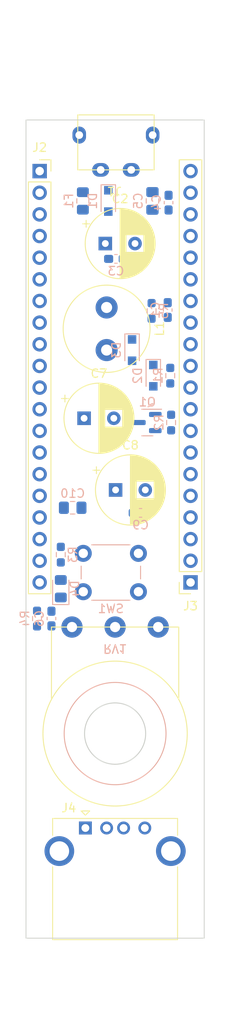
<source format=kicad_pcb>
(kicad_pcb (version 20210722) (generator pcbnew)
  (layers (0 "F.Cu" signal) (31 "B.Cu" signal) (34 "B.Paste" user) (35 "F.Paste" user) (36 "B.SilkS" user "B.Silkscreen") (37 "F.SilkS" user "F.Silkscreen") (38 "B.Mask" user) (39 "F.Mask" user) (44 "Edge.Cuts" user))
  (net 0 "")
  (net 1 "/POT_ADJ")
  (net 2 "GND")
  (net 3 "+5V")
  (net 4 "/VSYS")
  (net 5 "/SW")
  (net 6 "/OUT+")
  (net 7 "/OUT-")
  (net 8 "+3V3")
  (net 9 "/PWM_MOS")
  (net 10 "Net-(D2-Pad2)")
  (net 11 "Net-(D4-Pad2)")
  (net 12 "Net-(F1-Pad1)")
  (net 30 "/Ext_LED")
  (net 44 "Net-(SW1-Pad1)")
  (net 45 "Net-(RV1-Pad2)")
  (footprint "pcblib_new599 Library:USB_TYPE_C_2P_THT_90" (layer "F.Cu") (at 112.4 59.855 180)
    (fp_text reference "J1" (at 2 -2.5 180 unlocked) (layer "F.SilkS"))
    (fp_text value "USB_C_2P")
    (pad "G" thru_hole oval (at 3.6 0 180) (size 2 1.6) (drill 0.9) (layers *.Cu *.Mask) (net 2 "GND"))
    (pad "S1" thru_hole oval (at -2.525 4.08 180) (size 1.6 2) (drill 0.9) (layers *.Cu *.Mask))
    (pad "S2" thru_hole oval (at 6.125 4.08 180) (size 1.6 2) (drill 0.9) (layers *.Cu *.Mask))
    (pad "V" thru_hole oval (at 0 0 180) (size 2 1.6) (drill 0.9) (layers *.Cu *.Mask) (net 12 "Net-(F1-Pad1)"))
  )
  (footprint "Capacitor_THT:CP_Radial_D8.0mm_P3.50mm" (layer "F.Cu") (at 110.557349 97.41)
    (fp_text reference "C8" (at 1.75 -5.25) (layer "F.SilkS"))
    (fp_text value "470uF16V")
    (pad "1" thru_hole rect locked (at 0 0) (size 1.6 1.6) (drill 0.8) (layers *.Cu *.Mask) (net 6 "/OUT+"))
    (pad "2" thru_hole circle locked (at 3.5 0) (size 1.6 1.6) (drill 0.8) (layers *.Cu *.Mask) (net 7 "/OUT-"))
  )
  (footprint "Capacitor_THT:CP_Radial_D8.0mm_P3.50mm" (layer "F.Cu") (at 106.847349 89)
    (fp_text reference "C7" (at 1.75 -5.25) (layer "F.SilkS"))
    (fp_text value "470uF16V")
    (pad "1" thru_hole rect locked (at 0 0) (size 1.6 1.6) (drill 0.8) (layers *.Cu *.Mask) (net 6 "/OUT+"))
    (pad "2" thru_hole circle locked (at 3.5 0) (size 1.6 1.6) (drill 0.8) (layers *.Cu *.Mask) (net 7 "/OUT-"))
  )
  (footprint "Connector_PinSocket_2.54mm:PinSocket_1x20_P2.54mm_Vertical" (layer "F.Cu") (at 101.61 60)
    (fp_text reference "J2" (at 0 -2.77) (layer "F.SilkS"))
    (fp_text value "Conn_01x20")
    (pad "1" thru_hole rect locked (at 0 0) (size 1.7 1.7) (drill 1) (layers *.Cu *.Mask))
    (pad "2" thru_hole oval locked (at 0 2.54) (size 1.7 1.7) (drill 1) (layers *.Cu *.Mask))
    (pad "3" thru_hole oval locked (at 0 5.08) (size 1.7 1.7) (drill 1) (layers *.Cu *.Mask) (net 2 "GND"))
    (pad "4" thru_hole oval locked (at 0 7.62) (size 1.7 1.7) (drill 1) (layers *.Cu *.Mask))
    (pad "5" thru_hole oval locked (at 0 10.16) (size 1.7 1.7) (drill 1) (layers *.Cu *.Mask))
    (pad "6" thru_hole oval locked (at 0 12.7) (size 1.7 1.7) (drill 1) (layers *.Cu *.Mask))
    (pad "7" thru_hole oval locked (at 0 15.24) (size 1.7 1.7) (drill 1) (layers *.Cu *.Mask))
    (pad "8" thru_hole oval locked (at 0 17.78) (size 1.7 1.7) (drill 1) (layers *.Cu *.Mask) (net 2 "GND"))
    (pad "9" thru_hole oval locked (at 0 20.32) (size 1.7 1.7) (drill 1) (layers *.Cu *.Mask))
    (pad "10" thru_hole oval locked (at 0 22.86) (size 1.7 1.7) (drill 1) (layers *.Cu *.Mask))
    (pad "11" thru_hole oval locked (at 0 25.4) (size 1.7 1.7) (drill 1) (layers *.Cu *.Mask))
    (pad "12" thru_hole oval locked (at 0 27.94) (size 1.7 1.7) (drill 1) (layers *.Cu *.Mask))
    (pad "13" thru_hole oval locked (at 0 30.48) (size 1.7 1.7) (drill 1) (layers *.Cu *.Mask) (net 2 "GND"))
    (pad "14" thru_hole oval locked (at 0 33.02) (size 1.7 1.7) (drill 1) (layers *.Cu *.Mask))
    (pad "15" thru_hole oval locked (at 0 35.56) (size 1.7 1.7) (drill 1) (layers *.Cu *.Mask))
    (pad "16" thru_hole oval locked (at 0 38.1) (size 1.7 1.7) (drill 1) (layers *.Cu *.Mask))
    (pad "17" thru_hole oval locked (at 0 40.64) (size 1.7 1.7) (drill 1) (layers *.Cu *.Mask))
    (pad "18" thru_hole oval locked (at 0 43.18) (size 1.7 1.7) (drill 1) (layers *.Cu *.Mask) (net 2 "GND"))
    (pad "19" thru_hole oval locked (at 0 45.72) (size 1.7 1.7) (drill 1) (layers *.Cu *.Mask))
    (pad "20" thru_hole oval locked (at 0 48.26) (size 1.7 1.7) (drill 1) (layers *.Cu *.Mask) (net 5 "/SW"))
  )
  (footprint "Inductor_THT:L_Radial_D10.0mm_P5.00mm_Fastron_07M" (layer "F.Cu") (at 109.5 76 -90)
    (fp_text reference "L1" (at 2.5 -6.25 90) (layer "F.SilkS"))
    (fp_text value "L")
    (pad "1" thru_hole circle locked (at 0 0 270) (size 2.6 2.6) (drill 1.3) (layers *.Cu *.Mask) (net 3 "+5V"))
    (pad "2" thru_hole circle locked (at 5 0 270) (size 2.6 2.6) (drill 1.3) (layers *.Cu *.Mask) (net 6 "/OUT+"))
  )
  (footprint "Connector_USB:USB_A_CONNFLY_DS1095-WNR0" (layer "F.Cu") (at 107 137.0725)
    (fp_text reference "J4" (at -1.95 -2.35) (layer "F.SilkS"))
    (fp_text value "USB_A")
    (pad "1" thru_hole rect locked (at 0 0) (size 1.524 1.524) (drill 0.92) (layers *.Cu *.Mask) (net 6 "/OUT+"))
    (pad "2" thru_hole circle locked (at 2.5 0) (size 1.524 1.524) (drill 0.92) (layers *.Cu *.Mask))
    (pad "3" thru_hole circle locked (at 4.5 0) (size 1.524 1.524) (drill 0.92) (layers *.Cu *.Mask))
    (pad "4" thru_hole circle locked (at 7 0) (size 1.524 1.524) (drill 0.92) (layers *.Cu *.Mask) (net 7 "/OUT-"))
    (pad "5" thru_hole circle locked (at 10.07 2.71) (size 3.5 3.5) (drill 2.3) (layers *.Cu *.Mask))
    (pad "5" thru_hole circle locked (at -3.07 2.71) (size 3.5 3.5) (drill 2.3) (layers *.Cu *.Mask))
  )
  (footprint "Connector_PinSocket_2.54mm:PinSocket_1x20_P2.54mm_Vertical" (layer "F.Cu") (at 119.39 108.26 180)
    (fp_text reference "J3" (at 0 -2.77 180) (layer "F.SilkS"))
    (fp_text value "Conn_01x20")
    (pad "1" thru_hole rect locked (at 0 0 180) (size 1.7 1.7) (drill 1) (layers *.Cu *.Mask) (net 30 "/Ext_LED"))
    (pad "2" thru_hole oval locked (at 0 2.54 180) (size 1.7 1.7) (drill 1) (layers *.Cu *.Mask))
    (pad "3" thru_hole oval locked (at 0 5.08 180) (size 1.7 1.7) (drill 1) (layers *.Cu *.Mask) (net 2 "GND"))
    (pad "4" thru_hole oval locked (at 0 7.62 180) (size 1.7 1.7) (drill 1) (layers *.Cu *.Mask))
    (pad "5" thru_hole oval locked (at 0 10.16 180) (size 1.7 1.7) (drill 1) (layers *.Cu *.Mask))
    (pad "6" thru_hole oval locked (at 0 12.7 180) (size 1.7 1.7) (drill 1) (layers *.Cu *.Mask))
    (pad "7" thru_hole oval locked (at 0 15.24 180) (size 1.7 1.7) (drill 1) (layers *.Cu *.Mask))
    (pad "8" thru_hole oval locked (at 0 17.78 180) (size 1.7 1.7) (drill 1) (layers *.Cu *.Mask) (net 2 "GND"))
    (pad "9" thru_hole oval locked (at 0 20.32 180) (size 1.7 1.7) (drill 1) (layers *.Cu *.Mask))
    (pad "10" thru_hole oval locked (at 0 22.86 180) (size 1.7 1.7) (drill 1) (layers *.Cu *.Mask))
    (pad "11" thru_hole oval locked (at 0 25.4 180) (size 1.7 1.7) (drill 1) (layers *.Cu *.Mask) (net 9 "/PWM_MOS"))
    (pad "12" thru_hole oval locked (at 0 27.94 180) (size 1.7 1.7) (drill 1) (layers *.Cu *.Mask))
    (pad "13" thru_hole oval locked (at 0 30.48 180) (size 1.7 1.7) (drill 1) (layers *.Cu *.Mask) (net 2 "GND"))
    (pad "14" thru_hole oval locked (at 0 33.02 180) (size 1.7 1.7) (drill 1) (layers *.Cu *.Mask) (net 1 "/POT_ADJ"))
    (pad "15" thru_hole oval locked (at 0 35.56 180) (size 1.7 1.7) (drill 1) (layers *.Cu *.Mask))
    (pad "16" thru_hole oval locked (at 0 38.1 180) (size 1.7 1.7) (drill 1) (layers *.Cu *.Mask) (net 8 "+3V3"))
    (pad "17" thru_hole oval locked (at 0 40.64 180) (size 1.7 1.7) (drill 1) (layers *.Cu *.Mask))
    (pad "18" thru_hole oval locked (at 0 43.18 180) (size 1.7 1.7) (drill 1) (layers *.Cu *.Mask) (net 2 "GND"))
    (pad "19" thru_hole oval locked (at 0 45.72 180) (size 1.7 1.7) (drill 1) (layers *.Cu *.Mask) (net 4 "/VSYS"))
    (pad "20" thru_hole oval locked (at 0 48.26 180) (size 1.7 1.7) (drill 1) (layers *.Cu *.Mask))
  )
  (footprint "Capacitor_THT:CP_Radial_D8.0mm_P3.50mm" (layer "F.Cu") (at 109.347349 68.5)
    (fp_text reference "C2" (at 1.75 -5.25) (layer "F.SilkS"))
    (fp_text value "470uF16V")
    (pad "1" thru_hole rect locked (at 0 0) (size 1.6 1.6) (drill 0.8) (layers *.Cu *.Mask) (net 3 "+5V"))
    (pad "2" thru_hole circle locked (at 3.5 0) (size 1.6 1.6) (drill 0.8) (layers *.Cu *.Mask) (net 2 "GND"))
  )
  (footprint "Resistor_SMD:R_0603_1608Metric_Pad0.98x0.95mm_HandSolder" (layer "B.Cu") (at 101.3 112.5 -90)
    (fp_text reference "R4" (at 0 1.43 90) (layer "B.SilkS") (effects (justify mirror)))
    (fp_text value "220")
    (pad "1" smd roundrect locked (at -0.9125 0 270) (size 0.975 0.95) (layers "B.Cu" "B.Paste" "B.Mask") (net 5 "/SW"))
    (pad "2" smd roundrect locked (at 0.9125 0 270) (size 0.975 0.95) (layers "B.Cu" "B.Paste" "B.Mask") (net 44 "Net-(SW1-Pad1)"))
  )
  (footprint "Capacitor_SMD:C_0603_1608Metric_Pad1.08x0.95mm_HandSolder" (layer "B.Cu") (at 110.6 70.3)
    (fp_text reference "C3" (at 0 1.43) (layer "B.SilkS") (effects (justify mirror)))
    (fp_text value "100n")
    (pad "1" smd roundrect locked (at -0.8625 0) (size 1.075 0.95) (layers "B.Cu" "B.Paste" "B.Mask") (net 3 "+5V"))
    (pad "2" smd roundrect locked (at 0.8625 0) (size 1.075 0.95) (layers "B.Cu" "B.Paste" "B.Mask") (net 2 "GND"))
  )
  (footprint "Button_Switch_THT:SW_PUSH_6mm_H7.3mm" (layer "B.Cu") (at 106.75 109.35)
    (fp_text reference "SW1" (at 3.25 2) (layer "B.SilkS") (effects (justify mirror)))
    (fp_text value "SW_Push")
    (pad "1" thru_hole circle locked (at 6.5 0 270) (size 2 2) (drill 1.1) (layers *.Cu *.Mask) (net 44 "Net-(SW1-Pad1)"))
    (pad "1" thru_hole circle locked (at 0 0 270) (size 2 2) (drill 1.1) (layers *.Cu *.Mask) (net 44 "Net-(SW1-Pad1)"))
    (pad "2" thru_hole circle locked (at 0 -4.5 270) (size 2 2) (drill 1.1) (layers *.Cu *.Mask) (net 2 "GND"))
    (pad "2" thru_hole circle locked (at 6.5 -4.5 270) (size 2 2) (drill 1.1) (layers *.Cu *.Mask) (net 2 "GND"))
  )
  (footprint "Diode_SMD:D_SOD-323_HandSoldering" (layer "B.Cu") (at 109.7 63.5 -90)
    (fp_text reference "D1" (at 0 1.85 90) (layer "B.SilkS") (effects (justify mirror)))
    (fp_text value "1N5819")
    (pad "1" smd rect locked (at -1.25 0 270) (size 1 1) (layers "B.Cu" "B.Paste" "B.Mask") (net 4 "/VSYS"))
    (pad "2" smd rect locked (at 1.25 0 270) (size 1 1) (layers "B.Cu" "B.Paste" "B.Mask") (net 3 "+5V"))
  )
  (footprint "Diode_SMD:D_SOD-323_HandSoldering" (layer "B.Cu") (at 112.5 81 -90)
    (fp_text reference "D3" (at 0 1.85 90) (layer "B.SilkS") (effects (justify mirror)))
    (fp_text value "1N5819")
    (pad "1" smd rect locked (at -1.25 0 270) (size 1 1) (layers "B.Cu" "B.Paste" "B.Mask") (net 3 "+5V"))
    (pad "2" smd rect locked (at 1.25 0 270) (size 1 1) (layers "B.Cu" "B.Paste" "B.Mask") (net 7 "/OUT-"))
  )
  (footprint "Resistor_SMD:R_0603_1608Metric_Pad0.98x0.95mm_HandSolder" (layer "B.Cu") (at 114.8 76.4 90)
    (fp_text reference "R5" (at 0 1.43 90) (layer "B.SilkS") (effects (justify mirror)))
    (fp_text value "7.5K")
    (pad "1" smd roundrect locked (at -0.9125 0 90) (size 0.975 0.95) (layers "B.Cu" "B.Paste" "B.Mask") (net 45 "Net-(RV1-Pad2)"))
    (pad "2" smd roundrect locked (at 0.9125 0 90) (size 0.975 0.95) (layers "B.Cu" "B.Paste" "B.Mask") (net 1 "/POT_ADJ"))
  )
  (footprint "pcblib_new599 Library:POT_SINGLE_WH148" (layer "B.Cu") (at 110.5 113.495)
    (fp_text reference "RV1" (at 0 2.54 180 unlocked) (layer "B.SilkS") (effects (justify mirror)))
    (fp_text value "B10K")
    (fp_circle (center 0 12.5) (end 3.6 12.5) (layer "Edge.Cuts") (width 0.12) (fill none))
    (pad "1" thru_hole circle (at -5.08 0) (size 2.5 2.5) (drill 1.2) (layers *.Cu *.Mask) (net 2 "GND"))
    (pad "2" thru_hole circle (at 0 0) (size 2.5 2.5) (drill 1.2) (layers *.Cu *.Mask) (net 45 "Net-(RV1-Pad2)"))
    (pad "3" thru_hole circle (at 5.08 0) (size 2.5 2.5) (drill 1.2) (layers *.Cu *.Mask) (net 8 "+3V3"))
  )
  (footprint "Resistor_SMD:R_0603_1608Metric_Pad0.98x0.95mm_HandSolder" (layer "B.Cu") (at 117 84 -90)
    (fp_text reference "R1" (at 0 1.43 90) (layer "B.SilkS") (effects (justify mirror)))
    (fp_text value "220")
    (pad "1" smd roundrect locked (at -0.9125 0 270) (size 0.975 0.95) (layers "B.Cu" "B.Paste" "B.Mask") (net 9 "/PWM_MOS"))
    (pad "2" smd roundrect locked (at 0.9125 0 270) (size 0.975 0.95) (layers "B.Cu" "B.Paste" "B.Mask") (net 10 "Net-(D2-Pad2)"))
  )
  (footprint "Capacitor_SMD:C_0603_1608Metric_Pad1.08x0.95mm_HandSolder" (layer "B.Cu") (at 113.5 100.1)
    (fp_text reference "C9" (at 0 1.43) (layer "B.SilkS") (effects (justify mirror)))
    (fp_text value "100n")
    (pad "1" smd roundrect locked (at -0.8625 0) (size 1.075 0.95) (layers "B.Cu" "B.Paste" "B.Mask") (net 6 "/OUT+"))
    (pad "2" smd roundrect locked (at 0.8625 0) (size 1.075 0.95) (layers "B.Cu" "B.Paste" "B.Mask") (net 7 "/OUT-"))
  )
  (footprint "Capacitor_SMD:C_0603_1608Metric_Pad1.08x0.95mm_HandSolder" (layer "B.Cu") (at 103 112.5 -90)
    (fp_text reference "C6" (at 0 1.43 90) (layer "B.SilkS") (effects (justify mirror)))
    (fp_text value "100n")
    (pad "1" smd roundrect locked (at -0.8625 0 270) (size 1.075 0.95) (layers "B.Cu" "B.Paste" "B.Mask") (net 5 "/SW"))
    (pad "2" smd roundrect locked (at 0.8625 0 270) (size 1.075 0.95) (layers "B.Cu" "B.Paste" "B.Mask") (net 2 "GND"))
  )
  (footprint "Resistor_SMD:R_0603_1608Metric_Pad0.98x0.95mm_HandSolder" (layer "B.Cu") (at 117.1 89.5 -90)
    (fp_text reference "R2" (at 0 1.43 90) (layer "B.SilkS") (effects (justify mirror)))
    (fp_text value "7.5K")
    (pad "1" smd roundrect locked (at -0.9125 0 270) (size 0.975 0.95) (layers "B.Cu" "B.Paste" "B.Mask") (net 10 "Net-(D2-Pad2)"))
    (pad "2" smd roundrect locked (at 0.9125 0 270) (size 0.975 0.95) (layers "B.Cu" "B.Paste" "B.Mask") (net 2 "GND"))
  )
  (footprint "Capacitor_SMD:C_0603_1608Metric_Pad1.08x0.95mm_HandSolder" (layer "B.Cu") (at 116.8 63.7 -90)
    (fp_text reference "C4" (at 0 1.43 90) (layer "B.SilkS") (effects (justify mirror)))
    (fp_text value "100n")
    (pad "1" smd roundrect locked (at -0.8625 0 270) (size 1.075 0.95) (layers "B.Cu" "B.Paste" "B.Mask") (net 4 "/VSYS"))
    (pad "2" smd roundrect locked (at 0.8625 0 270) (size 1.075 0.95) (layers "B.Cu" "B.Paste" "B.Mask") (net 2 "GND"))
  )
  (footprint "Resistor_SMD:R_0603_1608Metric_Pad0.98x0.95mm_HandSolder" (layer "B.Cu") (at 104.1 105 90)
    (fp_text reference "R3" (at 0 1.43 90) (layer "B.SilkS") (effects (justify mirror)))
    (fp_text value "220")
    (pad "1" smd roundrect locked (at -0.9125 0 90) (size 0.975 0.95) (layers "B.Cu" "B.Paste" "B.Mask") (net 11 "Net-(D4-Pad2)"))
    (pad "2" smd roundrect locked (at 0.9125 0 90) (size 0.975 0.95) (layers "B.Cu" "B.Paste" "B.Mask") (net 30 "/Ext_LED"))
  )
  (footprint "Diode_SMD:D_SOD-323_HandSoldering" (layer "B.Cu") (at 115 84 -90)
    (fp_text reference "D2" (at 0 1.85 90) (layer "B.SilkS") (effects (justify mirror)))
    (fp_text value "1N5819")
    (pad "1" smd rect locked (at -1.25 0 270) (size 1 1) (layers "B.Cu" "B.Paste" "B.Mask") (net 9 "/PWM_MOS"))
    (pad "2" smd rect locked (at 1.25 0 270) (size 1 1) (layers "B.Cu" "B.Paste" "B.Mask") (net 10 "Net-(D2-Pad2)"))
  )
  (footprint "LED_SMD:LED_0805_2012Metric_Pad1.15x1.40mm_HandSolder" (layer "B.Cu") (at 104.1 109 90)
    (fp_text reference "D4" (at 0 1.65 90) (layer "B.SilkS") (effects (justify mirror)))
    (fp_text value "0805,White")
    (pad "1" smd roundrect locked (at -1.025 0 90) (size 1.15 1.4) (layers "B.Cu" "B.Paste" "B.Mask") (roundrect_rratio 0.217391) (net 2 "GND"))
    (pad "2" smd roundrect locked (at 1.025 0 90) (size 1.15 1.4) (layers "B.Cu" "B.Paste" "B.Mask") (roundrect_rratio 0.217391) (net 11 "Net-(D4-Pad2)"))
  )
  (footprint "Capacitor_SMD:C_0805_2012Metric_Pad1.18x1.45mm_HandSolder" (layer "B.Cu") (at 114.9 63.5 -90)
    (fp_text reference "C5" (at 0 1.68 90) (layer "B.SilkS") (effects (justify mirror)))
    (fp_text value "10uF")
    (pad "1" smd roundrect locked (at -1.0375 0 270) (size 1.175 1.45) (layers "B.Cu" "B.Paste" "B.Mask") (roundrect_rratio 0.212766) (net 4 "/VSYS"))
    (pad "2" smd roundrect locked (at 1.0375 0 270) (size 1.175 1.45) (layers "B.Cu" "B.Paste" "B.Mask") (roundrect_rratio 0.212766) (net 2 "GND"))
  )
  (footprint "Capacitor_SMD:C_0603_1608Metric_Pad1.08x0.95mm_HandSolder" (layer "B.Cu") (at 116.7 76.3 -90)
    (fp_text reference "C1" (at 0 1.43 90) (layer "B.SilkS") (effects (justify mirror)))
    (fp_text value "100n")
    (pad "1" smd roundrect locked (at -0.8625 0 270) (size 1.075 0.95) (layers "B.Cu" "B.Paste" "B.Mask") (net 1 "/POT_ADJ"))
    (pad "2" smd roundrect locked (at 0.8625 0 270) (size 1.075 0.95) (layers "B.Cu" "B.Paste" "B.Mask") (net 2 "GND"))
  )
  (footprint "Package_TO_SOT_SMD:SOT-23" (layer "B.Cu") (at 114.3 89.5 180)
    (fp_text reference "Q1" (at 0 2.4) (layer "B.SilkS") (effects (justify mirror)))
    (fp_text value "AO3400A")
    (pad "1" smd roundrect locked (at -0.9375 0.95 180) (size 1.475 0.6) (layers "B.Cu" "B.Paste" "B.Mask") (net 10 "Net-(D2-Pad2)"))
    (pad "2" smd roundrect locked (at -0.9375 -0.95 180) (size 1.475 0.6) (layers "B.Cu" "B.Paste" "B.Mask") (net 2 "GND"))
    (pad "3" smd roundrect locked (at 0.9375 0 180) (size 1.475 0.6) (layers "B.Cu" "B.Paste" "B.Mask") (net 7 "/OUT-"))
  )
  (footprint "Capacitor_SMD:C_0805_2012Metric_Pad1.18x1.45mm_HandSolder" (layer "B.Cu") (at 105.5 99.5 180)
    (fp_text reference "C10" (at 0 1.68) (layer "B.SilkS") (effects (justify mirror)))
    (fp_text value "1uF")
    (pad "1" smd roundrect locked (at -1.0375 0 180) (size 1.175 1.45) (layers "B.Cu" "B.Paste" "B.Mask") (roundrect_rratio 0.212766) (net 8 "+3V3"))
    (pad "2" smd roundrect locked (at 1.0375 0 180) (size 1.175 1.45) (layers "B.Cu" "B.Paste" "B.Mask") (roundrect_rratio 0.212766) (net 2 "GND"))
  )
  (footprint "Fuse:Fuse_0805_2012Metric_Pad1.15x1.40mm_HandSolder" (layer "B.Cu") (at 106.7 63.5 -90)
    (fp_text reference "F1" (at 0 1.65 90) (layer "B.SilkS") (effects (justify mirror)))
    (fp_text value "Polyfuse")
    (pad "1" smd roundrect (at -1.025 0 270) (size 1.15 1.4) (layers "B.Cu" "B.Paste" "B.Mask") (roundrect_rratio 0.217391) (net 12 "Net-(F1-Pad1)"))
    (pad "2" smd roundrect (at 1.025 0 270) (size 1.15 1.4) (layers "B.Cu" "B.Paste" "B.Mask") (roundrect_rratio 0.217391) (net 3 "+5V"))
  )
  (gr_rect (start 100 150) (end 121 54) (layer "Edge.Cuts") (width 0.1) (fill none))
)
</source>
